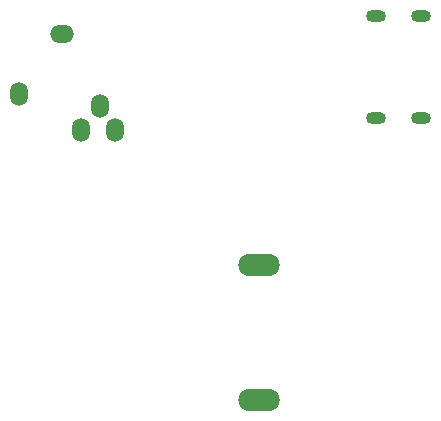
<source format=gbr>
%TF.GenerationSoftware,KiCad,Pcbnew,8.0.4*%
%TF.CreationDate,2024-08-12T23:01:29-04:00*%
%TF.ProjectId,SAMD21_MIDI_SPEAKER,53414d44-3231-45f4-9d49-44495f535045,rev?*%
%TF.SameCoordinates,Original*%
%TF.FileFunction,Copper,L2,Bot*%
%TF.FilePolarity,Positive*%
%FSLAX46Y46*%
G04 Gerber Fmt 4.6, Leading zero omitted, Abs format (unit mm)*
G04 Created by KiCad (PCBNEW 8.0.4) date 2024-08-12 23:01:29*
%MOMM*%
%LPD*%
G01*
G04 APERTURE LIST*
%TA.AperFunction,ComponentPad*%
%ADD10O,1.700000X1.000000*%
%TD*%
%TA.AperFunction,ComponentPad*%
%ADD11O,2.000000X1.500000*%
%TD*%
%TA.AperFunction,ComponentPad*%
%ADD12O,1.500000X2.000000*%
%TD*%
%TA.AperFunction,ComponentPad*%
%ADD13O,3.500000X1.900000*%
%TD*%
G04 APERTURE END LIST*
D10*
%TO.P,P1,S1,SHIELD*%
%TO.N,unconnected-(P1-SHIELD-PadS1)*%
X191500000Y-59820000D03*
X195300000Y-59820000D03*
X191500000Y-51180000D03*
X195300000Y-51180000D03*
%TD*%
D11*
%TO.P,J2,1,GROUND*%
%TO.N,GND*%
X164900000Y-52750000D03*
D12*
%TO.P,J2,2,RIGHT*%
%TO.N,Net-(J2-RIGHT)*%
X166500000Y-60850000D03*
%TO.P,J2,3,LEFT*%
%TO.N,Net-(J2-LEFT)*%
X161300000Y-57850000D03*
%TO.P,J2,4,4*%
%TO.N,unconnected-(J2-Pad4)*%
X168100000Y-58850000D03*
%TO.P,J2,5,5*%
%TO.N,unconnected-(J2-Pad5)*%
X169400000Y-60850000D03*
%TD*%
D13*
%TO.P,J1,5,Shield*%
%TO.N,GND*%
X181600000Y-83700000D03*
X181600000Y-72300000D03*
%TD*%
M02*

</source>
